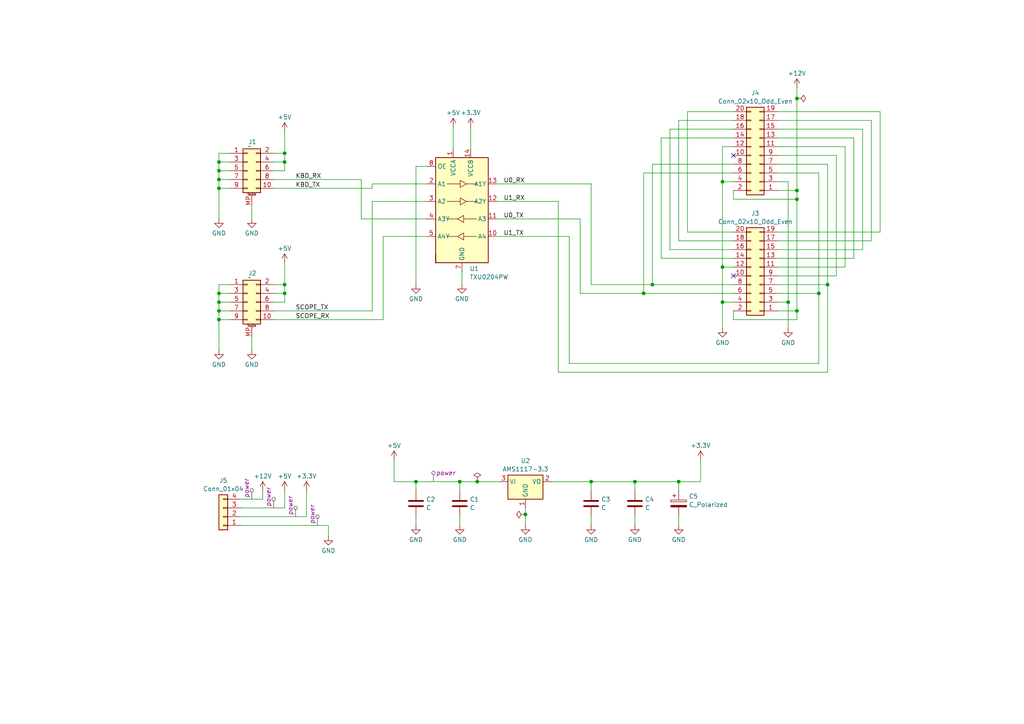
<source format=kicad_sch>
(kicad_sch (version 20231120) (generator "eeschema") (generator_version "8.0")
  (paper "A4")
  (lib_symbols
    (symbol "Connector_Generic:Conn_01x04" (pin_names (offset 1.016) hide)
      (property "Reference" "J" (at 0 5.08 0))
      (property "Value" "Conn_01x04" (at 0 -7.62 0))
      (symbol "Conn_01x04_1_1"
        (rectangle (start -1.27 -4.953) (end 0 -5.207) (stroke (width 0.1524)))
        (rectangle (start -1.27 -2.413) (end 0 -2.667) (stroke (width 0.1524)))
        (rectangle (start -1.27 0.127) (end 0 -0.127) (stroke (width 0.1524)))
        (rectangle (start -1.27 2.667) (end 0 2.413) (stroke (width 0.1524)))
        (rectangle (start -1.27 3.81) (end 1.27 -6.35) (stroke (width 0.254)) (fill (type background)))
        (pin passive line (at -5.08 2.54 0) (length 3.81) (name "Pin_1") (number "1"))
        (pin passive line (at -5.08 0 0) (length 3.81) (name "Pin_2") (number "2"))
        (pin passive line (at -5.08 -2.54 0) (length 3.81) (name "Pin_3") (number "3"))
        (pin passive line (at -5.08 -5.08 0) (length 3.81) (name "Pin_4") (number "4"))
      )
    )
    (symbol "Connector_Generic:Conn_02x10_Odd_Even" (pin_names (offset 1.016) hide)
      (property "Reference" "J" (at 1.27 12.7 0))
      (property "Value" "Conn_02x10_Odd_Even" (at 1.27 -15.24 0))
      (symbol "Conn_02x10_Odd_Even_1_1"
        (rectangle (start -1.27 -12.573) (end 0 -12.827) (stroke (width 0.1524)))
        (rectangle (start -1.27 -10.033) (end 0 -10.287) (stroke (width 0.1524)))
        (rectangle (start -1.27 -7.493) (end 0 -7.747) (stroke (width 0.1524)))
        (rectangle (start -1.27 -4.953) (end 0 -5.207) (stroke (width 0.1524)))
        (rectangle (start -1.27 -2.413) (end 0 -2.667) (stroke (width 0.1524)))
        (rectangle (start -1.27 0.127) (end 0 -0.127) (stroke (width 0.1524)))
        (rectangle (start -1.27 2.667) (end 0 2.413) (stroke (width 0.1524)))
        (rectangle (start -1.27 5.207) (end 0 4.953) (stroke (width 0.1524)))
        (rectangle (start -1.27 7.747) (end 0 7.493) (stroke (width 0.1524)))
        (rectangle (start -1.27 10.287) (end 0 10.033) (stroke (width 0.1524)))
        (rectangle (start -1.27 11.43) (end 3.81 -13.97) (stroke (width 0.254)) (fill (type background)))
        (rectangle (start 3.81 -12.573) (end 2.54 -12.827) (stroke (width 0.1524)))
        (rectangle (start 3.81 -10.033) (end 2.54 -10.287) (stroke (width 0.1524)))
        (rectangle (start 3.81 -7.493) (end 2.54 -7.747) (stroke (width 0.1524)))
        (rectangle (start 3.81 -4.953) (end 2.54 -5.207) (stroke (width 0.1524)))
        (rectangle (start 3.81 -2.413) (end 2.54 -2.667) (stroke (width 0.1524)))
        (rectangle (start 3.81 0.127) (end 2.54 -0.127) (stroke (width 0.1524)))
        (rectangle (start 3.81 2.667) (end 2.54 2.413) (stroke (width 0.1524)))
        (rectangle (start 3.81 5.207) (end 2.54 4.953) (stroke (width 0.1524)))
        (rectangle (start 3.81 7.747) (end 2.54 7.493) (stroke (width 0.1524)))
        (rectangle (start 3.81 10.287) (end 2.54 10.033) (stroke (width 0.1524)))
        (pin passive line (at -5.08 10.16 0) (length 3.81) (name "Pin_1") (number "1"))
        (pin passive line (at 7.62 0 180) (length 3.81) (name "Pin_10") (number "10"))
        (pin passive line (at -5.08 -2.54 0) (length 3.81) (name "Pin_11") (number "11"))
        (pin passive line (at 7.62 -2.54 180) (length 3.81) (name "Pin_12") (number "12"))
        (pin passive line (at -5.08 -5.08 0) (length 3.81) (name "Pin_13") (number "13"))
        (pin passive line (at 7.62 -5.08 180) (length 3.81) (name "Pin_14") (number "14"))
        (pin passive line (at -5.08 -7.62 0) (length 3.81) (name "Pin_15") (number "15"))
        (pin passive line (at 7.62 -7.62 180) (length 3.81) (name "Pin_16") (number "16"))
        (pin passive line (at -5.08 -10.16 0) (length 3.81) (name "Pin_17") (number "17"))
        (pin passive line (at 7.62 -10.16 180) (length 3.81) (name "Pin_18") (number "18"))
        (pin passive line (at -5.08 -12.7 0) (length 3.81) (name "Pin_19") (number "19"))
        (pin passive line (at 7.62 10.16 180) (length 3.81) (name "Pin_2") (number "2"))
        (pin passive line (at 7.62 -12.7 180) (length 3.81) (name "Pin_20") (number "20"))
        (pin passive line (at -5.08 7.62 0) (length 3.81) (name "Pin_3") (number "3"))
        (pin passive line (at 7.62 7.62 180) (length 3.81) (name "Pin_4") (number "4"))
        (pin passive line (at -5.08 5.08 0) (length 3.81) (name "Pin_5") (number "5"))
        (pin passive line (at 7.62 5.08 180) (length 3.81) (name "Pin_6") (number "6"))
        (pin passive line (at -5.08 2.54 0) (length 3.81) (name "Pin_7") (number "7"))
        (pin passive line (at 7.62 2.54 180) (length 3.81) (name "Pin_8") (number "8"))
        (pin passive line (at -5.08 0 0) (length 3.81) (name "Pin_9") (number "9"))
      )
    )
    (symbol "Connector_Generic_MountingPin:Conn_02x05_Odd_Even_MountingPin" (pin_names (offset 1.016) hide)
      (property "Reference" "J" (at 1.27 7.62 0))
      (property "Value" "Conn_02x05_Odd_Even_MountingPin" (at 2.54 -7.62 0))
      (symbol "Conn_02x05_Odd_Even_MountingPin_1_1"
        (rectangle (start -1.27 -4.953) (end 0 -5.207) (stroke (width 0.1524)))
        (rectangle (start -1.27 -2.413) (end 0 -2.667) (stroke (width 0.1524)))
        (rectangle (start -1.27 0.127) (end 0 -0.127) (stroke (width 0.1524)))
        (rectangle (start -1.27 2.667) (end 0 2.413) (stroke (width 0.1524)))
        (rectangle (start -1.27 5.207) (end 0 4.953) (stroke (width 0.1524)))
        (rectangle (start -1.27 6.35) (end 3.81 -6.35) (stroke (width 0.254)) (fill (type background)))
        (polyline (pts (xy 0.254 -7.112) (xy 2.286 -7.112)) (stroke (width 0.1524)))
        (rectangle (start 3.81 -4.953) (end 2.54 -5.207) (stroke (width 0.1524)))
        (rectangle (start 3.81 -2.413) (end 2.54 -2.667) (stroke (width 0.1524)))
        (rectangle (start 3.81 0.127) (end 2.54 -0.127) (stroke (width 0.1524)))
        (rectangle (start 3.81 2.667) (end 2.54 2.413) (stroke (width 0.1524)))
        (rectangle (start 3.81 5.207) (end 2.54 4.953) (stroke (width 0.1524)))
        (text "Mounting" (at 1.27 -6.731 0) (effects (font (size 0.381 0.381))))
        (pin passive line (at -5.08 5.08 0) (length 3.81) (name "Pin_1") (number "1"))
        (pin passive line (at 7.62 -5.08 180) (length 3.81) (name "Pin_10") (number "10"))
        (pin passive line (at 7.62 5.08 180) (length 3.81) (name "Pin_2") (number "2"))
        (pin passive line (at -5.08 2.54 0) (length 3.81) (name "Pin_3") (number "3"))
        (pin passive line (at 7.62 2.54 180) (length 3.81) (name "Pin_4") (number "4"))
        (pin passive line (at -5.08 0 0) (length 3.81) (name "Pin_5") (number "5"))
        (pin passive line (at 7.62 0 180) (length 3.81) (name "Pin_6") (number "6"))
        (pin passive line (at -5.08 -2.54 0) (length 3.81) (name "Pin_7") (number "7"))
        (pin passive line (at 7.62 -2.54 180) (length 3.81) (name "Pin_8") (number "8"))
        (pin passive line (at -5.08 -5.08 0) (length 3.81) (name "Pin_9") (number "9"))
        (pin passive line (at 1.27 -10.16 90) (length 3.048) (name "MountPin") (number "MP"))
      )
    )
    (symbol "Device:C" (pin_numbers hide) (pin_names (offset 0.254))
      (property "Reference" "C" (at 0.635 2.54 0))
      (property "Value" "C" (at 0.635 -2.54 0))
      (symbol "C_0_1"
        (polyline (pts (xy -2.032 -0.762) (xy 2.032 -0.762)) (stroke (width 0.508)))
        (polyline (pts (xy -2.032 0.762) (xy 2.032 0.762)) (stroke (width 0.508)))
      )
      (symbol "C_1_1"
        (pin passive line (at 0 3.81 270) (length 2.794) (name "~") (number "1"))
        (pin passive line (at 0 -3.81 90) (length 2.794) (name "~") (number "2"))
      )
    )
    (symbol "Device:C_Polarized" (pin_numbers hide) (pin_names (offset 0.254))
      (property "Reference" "C" (at 0.635 2.54 0))
      (property "Value" "C_Polarized" (at 0.635 -2.54 0))
      (symbol "C_Polarized_0_1"
        (rectangle (start -2.286 0.508) (end 2.286 1.016))
        (polyline (pts (xy -1.778 2.286) (xy -0.762 2.286)))
        (polyline (pts (xy -1.27 2.794) (xy -1.27 1.778)))
        (rectangle (start 2.286 -0.508) (end -2.286 -1.016) (fill (type outline)))
      )
      (symbol "C_Polarized_1_1"
        (pin passive line (at 0 3.81 270) (length 2.794) (name "~") (number "1"))
        (pin passive line (at 0 -3.81 90) (length 2.794) (name "~") (number "2"))
      )
    )
    (symbol "Regulator_Linear:AMS1117-3.3"
      (property "Reference" "U" (at -3.81 3.175 0))
      (property "Value" "AMS1117-3.3" (at 0 3.175 0))
      (symbol "AMS1117-3.3_0_1"
        (rectangle (start -5.08 -5.08) (end 5.08 1.905) (stroke (width 0.254)) (fill (type background)))
      )
      (symbol "AMS1117-3.3_1_1"
        (pin power_in line (at 0 -7.62 90) (length 2.54) (name "GND") (number "1"))
        (pin power_out line (at 7.62 0 180) (length 2.54) (name "VO") (number "2"))
        (pin power_in line (at -7.62 0 0) (length 2.54) (name "VI") (number "3"))
      )
    )
    (symbol "power:+12V" (power) (pin_numbers hide) (pin_names (offset 0) hide)
      (property "Value" "+12V" (at 0 3.556 0))
      (symbol "+12V_0_1"
        (polyline (pts (xy -0.762 1.27) (xy 0 2.54)))
        (polyline (pts (xy 0 0) (xy 0 2.54)))
        (polyline (pts (xy 0 2.54) (xy 0.762 1.27)))
      )
      (symbol "+12V_1_1"
        (pin power_in line (at 0 0 90) (length 0) (name "~") (number "1"))
      )
    )
    (symbol "power:+3.3V" (power) (pin_numbers hide) (pin_names (offset 0) hide)
      (property "Value" "+3.3V" (at 0 3.556 0))
      (symbol "+3.3V_0_1"
        (polyline (pts (xy -0.762 1.27) (xy 0 2.54)))
        (polyline (pts (xy 0 0) (xy 0 2.54)))
        (polyline (pts (xy 0 2.54) (xy 0.762 1.27)))
      )
      (symbol "+3.3V_1_1"
        (pin power_in line (at 0 0 90) (length 0) (name "~") (number "1"))
      )
    )
    (symbol "power:+5V" (power) (pin_numbers hide) (pin_names (offset 0) hide)
      (property "Value" "+5V" (at 0 3.556 0))
      (symbol "+5V_0_1"
        (polyline (pts (xy -0.762 1.27) (xy 0 2.54)))
        (polyline (pts (xy 0 0) (xy 0 2.54)))
        (polyline (pts (xy 0 2.54) (xy 0.762 1.27)))
      )
      (symbol "+5V_1_1"
        (pin power_in line (at 0 0 90) (length 0) (name "~") (number "1"))
      )
    )
    (symbol "power:GND" (power) (pin_numbers hide) (pin_names (offset 0) hide)
      (property "Value" "GND" (at 0 -3.81 0))
      (symbol "GND_0_1"
        (polyline (pts (xy 0 0) (xy 0 -1.27) (xy 1.27 -1.27) (xy 0 -2.54) (xy -1.27 -1.27) (xy 0 -1.27)))
      )
      (symbol "GND_1_1"
        (pin power_in line (at 0 0 270) (length 0) (name "~") (number "1"))
      )
    )
    (symbol "power:PWR_FLAG" (power) (pin_numbers hide) (pin_names (offset 0) hide)
      (property "Value" "PWR_FLAG" (at 0 3.81 0))
      (symbol "PWR_FLAG_0_0"
        (pin power_out line (at 0 0 90) (length 0) (name "~") (number "1"))
      )
      (symbol "PWR_FLAG_0_1"
        (polyline (pts (xy 0 0) (xy 0 1.27) (xy -1.016 1.905) (xy 0 2.54) (xy 1.016 1.905) (xy 0 1.27)))
      )
    )
    (symbol "symbols:TXU0204PW"
      (property "Reference" "U" (at -6.35 16.51 0))
      (property "Value" "TXB0204PW" (at 3.81 16.51 0))
      (symbol "TXU0204PW_0_1"
        (rectangle (start -7.62 -15.24) (end -7.62 -12.7) (stroke (width 0.254)))
        (rectangle (start -7.62 15.24) (end 7.62 -15.24) (stroke (width 0.254)) (fill (type background)))
        (polyline (pts (xy -2.286 2.54) (xy -4.318 2.54)))
        (polyline (pts (xy -2.286 2.54) (xy -0.508 2.54)))
        (polyline (pts (xy -2.286 7.62) (xy -4.318 7.62)))
        (polyline (pts (xy -2.286 7.62) (xy -0.508 7.62)))
        (polyline (pts (xy 2.286 -7.62) (xy 0.508 -7.62)))
        (polyline (pts (xy 2.286 -7.62) (xy 4.318 -7.62)))
        (polyline (pts (xy 2.286 -2.54) (xy 0.508 -2.54)))
        (polyline (pts (xy 2.286 -2.54) (xy 4.318 -2.54)))
        (polyline (pts (xy -1.27 -7.62) (xy -3.048 -7.62) (xy -4.318 -7.62)))
        (polyline (pts (xy -1.27 -2.54) (xy -3.048 -2.54) (xy -4.318 -2.54)))
        (polyline (pts (xy 1.27 2.54) (xy 3.048 2.54) (xy 4.318 2.54)))
        (polyline (pts (xy 1.27 7.62) (xy 3.048 7.62) (xy 4.318 7.62)))
        (polyline (pts (xy -1.27 -7.62) (xy 0.508 -8.636) (xy 0.508 -6.604) (xy -1.27 -7.62)))
        (polyline (pts (xy -1.27 -2.54) (xy 0.508 -3.556) (xy 0.508 -1.524) (xy -1.27 -2.54)))
        (polyline (pts (xy 1.27 2.54) (xy -0.508 1.524) (xy -0.508 3.556) (xy 1.27 2.54)))
        (polyline (pts (xy 1.27 7.62) (xy -0.508 6.604) (xy -0.508 8.636) (xy 1.27 7.62)))
      )
      (symbol "TXU0204PW_1_1"
        (pin power_in line (at -2.54 17.78 270) (length 2.54) (name "VCCA") (number "1"))
        (pin input line (at 10.16 -7.62 180) (length 2.54) (name "A4") (number "10"))
        (pin input line (at 10.16 -2.54 180) (length 2.54) (name "A3") (number "11"))
        (pin output line (at 10.16 2.54 180) (length 2.54) (name "A2Y") (number "12"))
        (pin output line (at 10.16 7.62 180) (length 2.54) (name "A1Y") (number "13"))
        (pin power_in line (at 2.54 17.78 270) (length 2.54) (name "VCCB") (number "14"))
        (pin input line (at -10.16 7.62 0) (length 2.54) (name "A1") (number "2"))
        (pin input line (at -10.16 2.54 0) (length 2.54) (name "A2") (number "3"))
        (pin output line (at -10.16 -2.54 0) (length 2.54) (name "A3Y") (number "4"))
        (pin output line (at -10.16 -7.62 0) (length 2.54) (name "A4Y") (number "5"))
        (pin no_connect line (at -7.62 -12.7 0) (length 2.54) hide (name "NC") (number "6"))
        (pin power_in line (at 0 -17.78 90) (length 2.54) (name "GND") (number "7"))
        (pin input line (at -10.16 12.7 0) (length 2.54) (name "OE") (number "8"))
        (pin no_connect line (at 7.62 -12.7 180) (length 2.54) hide (name "NC") (number "9"))
      )
    )
  )
  (junction (at 171.45 139.7))
  (junction (at 184.15 139.7))
  (junction (at 196.85 139.7))
  (junction (at 231.14 90.17))
  (junction (at 189.23 82.55))
  (junction (at 82.55 46.99))
  (junction (at 63.5 52.07))
  (junction (at 231.14 28.575))
  (junction (at 209.55 77.47))
  (junction (at 63.5 46.99))
  (junction (at 133.35 139.7))
  (junction (at 231.14 55.245))
  (junction (at 82.55 82.55))
  (junction (at 63.5 85.09))
  (junction (at 231.14 57.785))
  (junction (at 209.55 87.63))
  (junction (at 209.55 52.705))
  (junction (at 63.5 54.61))
  (junction (at 63.5 92.71))
  (junction (at 63.5 90.17))
  (junction (at 152.4 149.225))
  (junction (at 240.03 82.55))
  (junction (at 237.49 85.09))
  (junction (at 228.6 87.63))
  (junction (at 82.55 44.45))
  (junction (at 82.55 85.09))
  (junction (at 186.69 85.09))
  (junction (at 138.43 139.7))
  (junction (at 63.5 87.63))
  (junction (at 120.65 139.7))
  (junction (at 63.5 49.53))
  (no_connect (at 212.725 45.085))
  (no_connect (at 212.725 80.01))
  (wire (pts (xy 152.4 147.32) (xy 152.4 149.225)))
  (wire (pts (xy 107.95 53.34) (xy 123.825 53.34)))
  (wire (pts (xy 79.375 90.17) (xy 107.95 90.17)))
  (wire (pts (xy 144.145 63.5) (xy 168.275 63.5)))
  (wire (pts (xy 237.49 50.165) (xy 237.49 85.09)))
  (wire (pts (xy 212.725 32.385) (xy 199.39 32.385)))
  (wire (pts (xy 79.375 92.71) (xy 111.125 92.71)))
  (wire (pts (xy 120.65 139.7) (xy 133.35 139.7)))
  (wire (pts (xy 63.5 46.99) (xy 66.675 46.99)))
  (wire (pts (xy 133.35 152.4) (xy 133.35 149.86)))
  (wire (pts (xy 133.985 82.55) (xy 133.985 78.74)))
  (wire (pts (xy 138.43 139.7) (xy 144.78 139.7)))
  (wire (pts (xy 189.23 82.55) (xy 189.23 47.625)))
  (wire (pts (xy 194.31 37.465) (xy 212.725 37.465)))
  (wire (pts (xy 245.11 42.545) (xy 225.425 42.545)))
  (wire (pts (xy 212.725 34.925) (xy 196.85 34.925)))
  (wire (pts (xy 66.675 92.71) (xy 63.5 92.71)))
  (wire (pts (xy 82.55 82.55) (xy 82.55 85.09)))
  (wire (pts (xy 136.525 36.83) (xy 136.525 43.18)))
  (wire (pts (xy 225.425 77.47) (xy 245.11 77.47)))
  (wire (pts (xy 171.45 152.4) (xy 171.45 149.86)))
  (wire (pts (xy 79.375 85.09) (xy 82.55 85.09)))
  (wire (pts (xy 191.77 74.93) (xy 212.725 74.93)))
  (wire (pts (xy 79.375 46.99) (xy 82.55 46.99)))
  (wire (pts (xy 82.55 85.09) (xy 82.55 87.63)))
  (wire (pts (xy 63.5 87.63) (xy 63.5 85.09)))
  (wire (pts (xy 231.14 90.17) (xy 225.425 90.17)))
  (wire (pts (xy 225.425 72.39) (xy 250.19 72.39)))
  (wire (pts (xy 196.85 69.85) (xy 212.725 69.85)))
  (wire (pts (xy 63.5 87.63) (xy 66.675 87.63)))
  (wire (pts (xy 225.425 40.005) (xy 247.65 40.005)))
  (wire (pts (xy 104.775 63.5) (xy 123.825 63.5)))
  (wire (pts (xy 237.49 105.41) (xy 165.1 105.41)))
  (wire (pts (xy 88.9 149.86) (xy 88.9 142.24)))
  (wire (pts (xy 242.57 45.085) (xy 242.57 80.01)))
  (wire (pts (xy 242.57 80.01) (xy 225.425 80.01)))
  (wire (pts (xy 228.6 95.25) (xy 228.6 87.63)))
  (wire (pts (xy 225.425 34.925) (xy 252.73 34.925)))
  (wire (pts (xy 69.85 147.32) (xy 82.55 147.32)))
  (wire (pts (xy 63.5 85.09) (xy 63.5 82.55)))
  (wire (pts (xy 82.55 46.99) (xy 82.55 49.53)))
  (wire (pts (xy 231.14 55.245) (xy 231.14 57.785)))
  (wire (pts (xy 212.725 57.785) (xy 231.14 57.785)))
  (wire (pts (xy 196.85 139.7) (xy 196.85 142.24)))
  (wire (pts (xy 209.55 52.705) (xy 209.55 42.545)))
  (wire (pts (xy 107.95 90.17) (xy 107.95 58.42)))
  (wire (pts (xy 123.825 48.26) (xy 120.65 48.26)))
  (wire (pts (xy 69.85 149.86) (xy 88.9 149.86)))
  (wire (pts (xy 79.375 44.45) (xy 82.55 44.45)))
  (wire (pts (xy 231.14 92.71) (xy 231.14 90.17)))
  (wire (pts (xy 225.425 50.165) (xy 237.49 50.165)))
  (wire (pts (xy 186.69 50.165) (xy 186.69 85.09)))
  (wire (pts (xy 212.725 92.71) (xy 231.14 92.71)))
  (wire (pts (xy 199.39 32.385) (xy 199.39 67.31)))
  (wire (pts (xy 196.85 139.7) (xy 203.2 139.7)))
  (wire (pts (xy 144.145 58.42) (xy 161.925 58.42)))
  (wire (pts (xy 144.145 53.34) (xy 171.45 53.34)))
  (wire (pts (xy 95.25 155.575) (xy 95.25 152.4)))
  (wire (pts (xy 237.49 85.09) (xy 237.49 105.41)))
  (wire (pts (xy 245.11 77.47) (xy 245.11 42.545)))
  (wire (pts (xy 63.5 82.55) (xy 66.675 82.55)))
  (wire (pts (xy 131.445 36.83) (xy 131.445 43.18)))
  (wire (pts (xy 107.95 58.42) (xy 123.825 58.42)))
  (wire (pts (xy 114.3 139.7) (xy 120.65 139.7)))
  (wire (pts (xy 209.55 87.63) (xy 209.55 77.47)))
  (wire (pts (xy 63.5 54.61) (xy 63.5 52.07)))
  (wire (pts (xy 186.69 85.09) (xy 212.725 85.09)))
  (wire (pts (xy 111.125 68.58) (xy 123.825 68.58)))
  (wire (pts (xy 209.55 42.545) (xy 212.725 42.545)))
  (wire (pts (xy 79.375 82.55) (xy 82.55 82.55)))
  (wire (pts (xy 231.14 55.245) (xy 225.425 55.245)))
  (wire (pts (xy 63.5 49.53) (xy 66.675 49.53)))
  (wire (pts (xy 171.45 82.55) (xy 189.23 82.55)))
  (wire (pts (xy 231.14 28.575) (xy 231.14 55.245)))
  (wire (pts (xy 63.5 92.71) (xy 63.5 90.17)))
  (wire (pts (xy 161.925 107.95) (xy 240.03 107.95)))
  (wire (pts (xy 212.725 82.55) (xy 189.23 82.55)))
  (wire (pts (xy 63.5 52.07) (xy 66.675 52.07)))
  (wire (pts (xy 171.45 53.34) (xy 171.45 82.55)))
  (wire (pts (xy 255.27 67.31) (xy 255.27 32.385)))
  (wire (pts (xy 196.85 152.4) (xy 196.85 149.86)))
  (wire (pts (xy 171.45 142.24) (xy 171.45 139.7)))
  (wire (pts (xy 133.35 142.24) (xy 133.35 139.7)))
  (wire (pts (xy 63.5 92.71) (xy 63.5 101.6)))
  (wire (pts (xy 160.02 139.7) (xy 171.45 139.7)))
  (wire (pts (xy 191.77 40.005) (xy 191.77 74.93)))
  (wire (pts (xy 63.5 46.99) (xy 63.5 44.45)))
  (wire (pts (xy 212.725 50.165) (xy 186.69 50.165)))
  (wire (pts (xy 252.73 34.925) (xy 252.73 69.85)))
  (wire (pts (xy 133.35 139.7) (xy 138.43 139.7)))
  (wire (pts (xy 69.85 144.78) (xy 76.2 144.78)))
  (wire (pts (xy 82.55 147.32) (xy 82.55 142.24)))
  (wire (pts (xy 165.1 105.41) (xy 165.1 68.58)))
  (wire (pts (xy 212.725 72.39) (xy 194.31 72.39)))
  (wire (pts (xy 144.145 68.58) (xy 165.1 68.58)))
  (wire (pts (xy 250.19 37.465) (xy 225.425 37.465)))
  (wire (pts (xy 82.55 76.2) (xy 82.55 82.55)))
  (wire (pts (xy 194.31 72.39) (xy 194.31 37.465)))
  (wire (pts (xy 161.925 58.42) (xy 161.925 107.95)))
  (wire (pts (xy 120.65 152.4) (xy 120.65 149.86)))
  (wire (pts (xy 63.5 44.45) (xy 66.675 44.45)))
  (wire (pts (xy 240.03 82.55) (xy 240.03 47.625)))
  (wire (pts (xy 168.275 63.5) (xy 168.275 85.09)))
  (wire (pts (xy 225.425 67.31) (xy 255.27 67.31)))
  (wire (pts (xy 209.55 52.705) (xy 209.55 77.47)))
  (wire (pts (xy 63.5 85.09) (xy 66.675 85.09)))
  (wire (pts (xy 212.725 40.005) (xy 191.77 40.005)))
  (wire (pts (xy 225.425 45.085) (xy 242.57 45.085)))
  (wire (pts (xy 203.2 133.35) (xy 203.2 139.7)))
  (wire (pts (xy 168.275 85.09) (xy 186.69 85.09)))
  (wire (pts (xy 225.425 82.55) (xy 240.03 82.55)))
  (wire (pts (xy 212.725 55.245) (xy 212.725 57.785)))
  (wire (pts (xy 228.6 52.705) (xy 228.6 87.63)))
  (wire (pts (xy 120.65 48.26) (xy 120.65 82.55)))
  (wire (pts (xy 250.19 72.39) (xy 250.19 37.465)))
  (wire (pts (xy 199.39 67.31) (xy 212.725 67.31)))
  (wire (pts (xy 247.65 74.93) (xy 225.425 74.93)))
  (wire (pts (xy 247.65 40.005) (xy 247.65 74.93)))
  (wire (pts (xy 231.14 25.4) (xy 231.14 28.575)))
  (wire (pts (xy 120.65 142.24) (xy 120.65 139.7)))
  (wire (pts (xy 76.2 144.78) (xy 76.2 142.24)))
  (wire (pts (xy 79.375 54.61) (xy 107.95 54.61)))
  (wire (pts (xy 73.025 101.6) (xy 73.025 97.79)))
  (wire (pts (xy 63.5 54.61) (xy 63.5 63.5)))
  (wire (pts (xy 107.95 54.61) (xy 107.95 53.34)))
  (wire (pts (xy 114.3 133.35) (xy 114.3 139.7)))
  (wire (pts (xy 252.73 69.85) (xy 225.425 69.85)))
  (wire (pts (xy 104.775 52.07) (xy 104.775 63.5)))
  (wire (pts (xy 63.5 90.17) (xy 66.675 90.17)))
  (wire (pts (xy 79.375 87.63) (xy 82.55 87.63)))
  (wire (pts (xy 209.55 77.47) (xy 212.725 77.47)))
  (wire (pts (xy 79.375 49.53) (xy 82.55 49.53)))
  (wire (pts (xy 152.4 149.225) (xy 152.4 152.4)))
  (wire (pts (xy 79.375 52.07) (xy 104.775 52.07)))
  (wire (pts (xy 63.5 49.53) (xy 63.5 46.99)))
  (wire (pts (xy 212.725 90.17) (xy 212.725 92.71)))
  (wire (pts (xy 237.49 85.09) (xy 225.425 85.09)))
  (wire (pts (xy 82.55 38.1) (xy 82.55 44.45)))
  (wire (pts (xy 111.125 92.71) (xy 111.125 68.58)))
  (wire (pts (xy 240.03 47.625) (xy 225.425 47.625)))
  (wire (pts (xy 209.55 87.63) (xy 209.55 95.25)))
  (wire (pts (xy 228.6 52.705) (xy 225.425 52.705)))
  (wire (pts (xy 63.5 52.07) (xy 63.5 49.53)))
  (wire (pts (xy 212.725 52.705) (xy 209.55 52.705)))
  (wire (pts (xy 231.14 57.785) (xy 231.14 90.17)))
  (wire (pts (xy 184.15 139.7) (xy 196.85 139.7)))
  (wire (pts (xy 66.675 54.61) (xy 63.5 54.61)))
  (wire (pts (xy 184.15 152.4) (xy 184.15 149.86)))
  (wire (pts (xy 228.6 87.63) (xy 225.425 87.63)))
  (wire (pts (xy 189.23 47.625) (xy 212.725 47.625)))
  (wire (pts (xy 212.725 87.63) (xy 209.55 87.63)))
  (wire (pts (xy 63.5 90.17) (xy 63.5 87.63)))
  (wire (pts (xy 240.03 107.95) (xy 240.03 82.55)))
  (wire (pts (xy 95.25 152.4) (xy 69.85 152.4)))
  (wire (pts (xy 171.45 139.7) (xy 184.15 139.7)))
  (wire (pts (xy 82.55 44.45) (xy 82.55 46.99)))
  (wire (pts (xy 196.85 34.925) (xy 196.85 69.85)))
  (wire (pts (xy 184.15 139.7) (xy 184.15 142.24)))
  (wire (pts (xy 255.27 32.385) (xy 225.425 32.385)))
  (wire (pts (xy 73.025 63.5) (xy 73.025 59.69)))
  (label "U0_RX" (at 146.05 53.34 0))
  (label "U1_TX" (at 146.05 68.58 0))
  (label "SCOPE_RX" (at 85.725 92.71 0))
  (label "KBD_RX" (at 85.725 52.07 0))
  (label "U0_TX" (at 146.05 63.5 0))
  (label "KBD_TX" (at 85.725 54.61 0))
  (label "SCOPE_TX" (at 85.725 90.17 0))
  (label "U1_RX" (at 146.05 58.42 0))
  (netclass_flag "" (length 2.54) (shape round) (at 85.725 149.86 0) (property "Netclass" "power" (at 84.201 149.479 90) (effects (font (italic yes)) (justify left))))
  (netclass_flag "" (length 2.54) (shape round) (at 92.075 152.4 0) (property "Netclass" "power" (at 90.551 152.019 90) (effects (font (italic yes)) (justify left))))
  (netclass_flag "" (length 2.54) (shape round) (at 73.025 144.78 0) (property "Netclass" "power" (at 71.501 144.399 90) (effects (font (italic yes)) (justify left))))
  (netclass_flag "" (length 2.54) (shape round) (at 79.375 147.32 0) (property "Netclass" "power" (at 77.851 146.939 90) (effects (font (italic yes)) (justify left))))
  (netclass_flag "" (length 2.54) (shape round) (at 125.73 139.7 0) (property "Netclass" "power" (at 126.4285 137.16 0) (effects (font (italic yes)) (justify left))))
  (symbol (lib_id "power:PWR_FLAG") (at 152.4 149.225 90) (unit 1)
    (property "Reference" "#FLG02" (effects (hide yes)))
    (property "Value" "PWR_FLAG" (effects (hide yes)))
    (property "Description" "Special symbol for telling ERC where power comes from" (effects (hide yes)))
  )
  (symbol (lib_id "Device:C") (at 184.15 146.05 0) (unit 1)
    (property "Reference" "C4" (at 187.071 144.8378 0) (effects (justify left)))
    (property "Value" "C" (at 187.071 147.2621 0) (effects (justify left)))
    (property "Footprint" "Capacitor_SMD:C_0805_2012Metric_Pad1.18x1.45mm_HandSolder" (effects (hide yes)))
    (property "Description" "Unpolarized capacitor" (effects (hide yes)))
  )
  (symbol (lib_id "power:+5V") (at 82.55 38.1 0) (unit 1)
    (property "Reference" "#PWR03" (effects (hide yes)))
    (property "Value" "+5V" (at 82.55 33.9669 0))
    (property "Description" "Power symbol creates a global label with name \"+5V\"" (effects (hide yes)))
  )
  (symbol (lib_id "power:GND") (at 228.6 95.25 0) (unit 1)
    (property "Reference" "#PWR018" (effects (hide yes)))
    (property "Value" "GND" (at 228.6 99.3831 0))
    (property "Description" "Power symbol creates a global label with name \"GND\" , ground" (effects (hide yes)))
  )
  (symbol (lib_id "symbols:TXU0204PW") (at 133.985 60.96 0) (unit 1)
    (property "Reference" "U1" (at 136.1791 77.9201 0) (effects (justify left)))
    (property "Value" "TXU0204PW" (at 136.1791 80.3444 0) (effects (justify left)))
    (property "Footprint" "Package_SO:TSSOP-14_4.4x5mm_P0.65mm" (effects (hide yes)))
    (property "Datasheet" "http://www.ti.com/lit/ds/symlink/txb0104.pdf" (effects (hide yes)))
    (property "Description" "4-Bit Bidirectional Voltage-Level Translator, Auto Direction Sensing and ±15-kV ESD Protection, 1.2 - 3.6V APort, 1.65 - 5.5V BPort, SOIC-14" (effects (hide yes)))
  )
  (symbol (lib_id "power:PWR_FLAG") (at 231.14 28.575 270) (unit 1)
    (property "Reference" "#FLG03" (effects (hide yes)))
    (property "Value" "PWR_FLAG" (effects (hide yes)))
    (property "Description" "Special symbol for telling ERC where power comes from" (effects (hide yes)))
  )
  (symbol (lib_id "Device:C_Polarized") (at 196.85 146.05 0) (unit 1)
    (property "Reference" "C5" (at 199.771 143.9488 0) (effects (justify left)))
    (property "Value" "C_Polarized" (at 199.771 146.3731 0) (effects (justify left)))
    (property "Footprint" "Capacitor_SMD:CP_Elec_6.3x5.4" (effects (hide yes)))
    (property "Description" "Polarized capacitor" (effects (hide yes)))
  )
  (symbol (lib_id "power:+3.3V") (at 88.9 142.24 0) (unit 1)
    (property "Reference" "#PWR024" (effects (hide yes)))
    (property "Value" "+3.3V" (at 88.9 138.1069 0))
    (property "Description" "Power symbol creates a global label with name \"+3.3V\"" (effects (hide yes)))
  )
  (symbol (lib_id "Connector_Generic:Conn_02x10_Odd_Even") (at 220.345 80.01 180) (unit 1)
    (property "Reference" "J3" (at 219.075 61.8955 0))
    (property "Value" "Conn_02x10_Odd_Even" (at 219.075 64.3198 0))
    (property "Footprint" "Connector_PinSocket_2.00mm:PinSocket_2x10_P2.00mm_Horizontal" (effects (hide yes)))
    (property "Description" "Generic connector, double row, 02x10, odd/even pin numbering scheme (row 1 odd numbers, row 2 even numbers), script generated (kicad-library-utils/schlib/autogen/connector/)" (effects (hide yes)))
  )
  (symbol (lib_id "power:GND") (at 120.65 82.55 0) (mirror y) (unit 1)
    (property "Reference" "#PWR09" (effects (hide yes)))
    (property "Value" "GND" (at 120.65 86.6831 0))
    (property "Description" "Power symbol creates a global label with name \"GND\" , ground" (effects (hide yes)))
  )
  (symbol (lib_id "power:GND") (at 152.4 152.4 0) (mirror y) (unit 1)
    (property "Reference" "#PWR012" (effects (hide yes)))
    (property "Value" "GND" (at 152.4 156.5331 0))
    (property "Description" "Power symbol creates a global label with name \"GND\" , ground" (effects (hide yes)))
  )
  (symbol (lib_id "Connector_Generic:Conn_02x10_Odd_Even") (at 220.345 45.085 180) (unit 1)
    (property "Reference" "J4" (at 219.075 26.9705 0))
    (property "Value" "Conn_02x10_Odd_Even" (at 219.075 29.3948 0))
    (property "Footprint" "Connector_PinHeader_2.00mm:PinHeader_2x10_P2.00mm_Vertical" (effects (hide yes)))
    (property "Description" "Generic connector, double row, 02x10, odd/even pin numbering scheme (row 1 odd numbers, row 2 even numbers), script generated (kicad-library-utils/schlib/autogen/connector/)" (effects (hide yes)))
  )
  (symbol (lib_id "power:+5V") (at 114.3 133.35 0) (unit 1)
    (property "Reference" "#PWR015" (effects (hide yes)))
    (property "Value" "+5V" (at 114.3 129.2169 0))
    (property "Description" "Power symbol creates a global label with name \"+5V\"" (effects (hide yes)))
  )
  (symbol (lib_id "power:PWR_FLAG") (at 138.43 139.7 0) (unit 1)
    (property "Reference" "#FLG01" (effects (hide yes)))
    (property "Value" "PWR_FLAG" (effects (hide yes)))
    (property "Description" "Special symbol for telling ERC where power comes from" (effects (hide yes)))
  )
  (symbol (lib_id "Device:C") (at 133.35 146.05 0) (unit 1)
    (property "Reference" "C1" (at 136.271 144.8378 0) (effects (justify left)))
    (property "Value" "C" (at 136.271 147.2621 0) (effects (justify left)))
    (property "Footprint" "Capacitor_SMD:C_0805_2012Metric_Pad1.18x1.45mm_HandSolder" (effects (hide yes)))
    (property "Description" "Unpolarized capacitor" (effects (hide yes)))
  )
  (symbol (lib_id "power:GND") (at 73.025 101.6 0) (mirror y) (unit 1)
    (property "Reference" "#PWR05" (effects (hide yes)))
    (property "Value" "GND" (at 73.025 105.7331 0))
    (property "Description" "Power symbol creates a global label with name \"GND\" , ground" (effects (hide yes)))
  )
  (symbol (lib_id "Device:C") (at 120.65 146.05 0) (unit 1)
    (property "Reference" "C2" (at 123.571 144.8378 0) (effects (justify left)))
    (property "Value" "C" (at 123.571 147.2621 0) (effects (justify left)))
    (property "Footprint" "Capacitor_SMD:C_0805_2012Metric_Pad1.18x1.45mm_HandSolder" (effects (hide yes)))
    (property "Description" "Unpolarized capacitor" (effects (hide yes)))
  )
  (symbol (lib_id "power:GND") (at 133.985 82.55 0) (mirror y) (unit 1)
    (property "Reference" "#PWR07" (effects (hide yes)))
    (property "Value" "GND" (at 133.985 86.6831 0))
    (property "Description" "Power symbol creates a global label with name \"GND\" , ground" (effects (hide yes)))
  )
  (symbol (lib_id "Connector_Generic:Conn_01x04") (at 64.77 149.86 180) (unit 1)
    (property "Reference" "J5" (at 64.77 139.3655 0))
    (property "Value" "Conn_01x04" (at 64.77 141.7898 0))
    (property "Footprint" "Connector_PinHeader_2.54mm:PinHeader_1x04_P2.54mm_Vertical" (effects (hide yes)))
    (property "Description" "Generic connector, single row, 01x04, script generated (kicad-library-utils/schlib/autogen/connector/)" (effects (hide yes)))
  )
  (symbol (lib_id "power:GND") (at 133.35 152.4 0) (mirror y) (unit 1)
    (property "Reference" "#PWR011" (effects (hide yes)))
    (property "Value" "GND" (at 133.35 156.5331 0))
    (property "Description" "Power symbol creates a global label with name \"GND\" , ground" (effects (hide yes)))
  )
  (symbol (lib_id "power:+12V") (at 76.2 142.24 0) (unit 1)
    (property "Reference" "#PWR022" (effects (hide yes)))
    (property "Value" "+12V" (at 76.2 138.1069 0))
    (property "Description" "Power symbol creates a global label with name \"+12V\"" (effects (hide yes)))
  )
  (symbol (lib_id "power:GND") (at 63.5 63.5 0) (mirror y) (unit 1)
    (property "Reference" "#PWR01" (effects (hide yes)))
    (property "Value" "GND" (at 63.5 67.6331 0))
    (property "Description" "Power symbol creates a global label with name \"GND\" , ground" (effects (hide yes)))
  )
  (symbol (lib_id "power:+3.3V") (at 136.525 36.83 0) (unit 1)
    (property "Reference" "#PWR017" (effects (hide yes)))
    (property "Value" "+3.3V" (at 136.525 32.6969 0))
    (property "Description" "Power symbol creates a global label with name \"+3.3V\"" (effects (hide yes)))
  )
  (symbol (lib_id "power:GND") (at 95.25 155.575 0) (mirror y) (unit 1)
    (property "Reference" "#PWR021" (effects (hide yes)))
    (property "Value" "GND" (at 95.25 159.7081 0))
    (property "Description" "Power symbol creates a global label with name \"GND\" , ground" (effects (hide yes)))
  )
  (symbol (lib_id "power:GND") (at 63.5 101.6 0) (mirror y) (unit 1)
    (property "Reference" "#PWR04" (effects (hide yes)))
    (property "Value" "GND" (at 63.5 105.7331 0))
    (property "Description" "Power symbol creates a global label with name \"GND\" , ground" (effects (hide yes)))
  )
  (symbol (lib_id "Device:C") (at 171.45 146.05 0) (unit 1)
    (property "Reference" "C3" (at 174.371 144.8378 0) (effects (justify left)))
    (property "Value" "C" (at 174.371 147.2621 0) (effects (justify left)))
    (property "Footprint" "Capacitor_SMD:C_0805_2012Metric_Pad1.18x1.45mm_HandSolder" (effects (hide yes)))
    (property "Description" "Unpolarized capacitor" (effects (hide yes)))
  )
  (symbol (lib_id "power:GND") (at 196.85 152.4 0) (mirror y) (unit 1)
    (property "Reference" "#PWR025" (effects (hide yes)))
    (property "Value" "GND" (at 196.85 156.5331 0))
    (property "Description" "Power symbol creates a global label with name \"GND\" , ground" (effects (hide yes)))
  )
  (symbol (lib_id "power:GND") (at 73.025 63.5 0) (mirror y) (unit 1)
    (property "Reference" "#PWR02" (effects (hide yes)))
    (property "Value" "GND" (at 73.025 67.6331 0))
    (property "Description" "Power symbol creates a global label with name \"GND\" , ground" (effects (hide yes)))
  )
  (symbol (lib_id "Connector_Generic_MountingPin:Conn_02x05_Odd_Even_MountingPin") (at 71.755 87.63 0) (unit 1)
    (property "Reference" "J2" (at 72.009 79.248 0) (effects (justify left)))
    (property "Value" "~" (at 71.8129 80.5181 0) (effects (justify left)))
    (property "Footprint" "feet:TE_104549" (effects (hide yes)))
    (property "Description" "Generic connectable mounting pin connector, double row, 02x05, odd/even pin numbering scheme (row 1 odd numbers, row 2 even numbers), script generated (kicad-library-utils/schlib/autogen/connector/)" (effects (hide yes)))
  )
  (symbol (lib_id "power:+12V") (at 231.14 25.4 0) (unit 1)
    (property "Reference" "#PWR020" (effects (hide yes)))
    (property "Value" "+12V" (at 231.14 21.2669 0))
    (property "Description" "Power symbol creates a global label with name \"+12V\"" (effects (hide yes)))
  )
  (symbol (lib_id "power:+5V") (at 82.55 142.24 0) (unit 1)
    (property "Reference" "#PWR023" (effects (hide yes)))
    (property "Value" "+5V" (at 82.55 138.1069 0))
    (property "Description" "Power symbol creates a global label with name \"+5V\"" (effects (hide yes)))
  )
  (symbol (lib_id "power:+5V") (at 82.55 76.2 0) (unit 1)
    (property "Reference" "#PWR06" (effects (hide yes)))
    (property "Value" "+5V" (at 82.55 72.0669 0))
    (property "Description" "Power symbol creates a global label with name \"+5V\"" (effects (hide yes)))
  )
  (symbol (lib_id "power:GND") (at 184.15 152.4 0) (mirror y) (unit 1)
    (property "Reference" "#PWR014" (effects (hide yes)))
    (property "Value" "GND" (at 184.15 156.5331 0))
    (property "Description" "Power symbol creates a global label with name \"GND\" , ground" (effects (hide yes)))
  )
  (symbol (lib_id "power:GND") (at 120.65 152.4 0) (mirror y) (unit 1)
    (property "Reference" "#PWR010" (effects (hide yes)))
    (property "Value" "GND" (at 120.65 156.5331 0))
    (property "Description" "Power symbol creates a global label with name \"GND\" , ground" (effects (hide yes)))
  )
  (symbol (lib_id "power:+3.3V") (at 203.2 133.35 0) (unit 1)
    (property "Reference" "#PWR016" (effects (hide yes)))
    (property "Value" "+3.3V" (at 203.2 129.2169 0))
    (property "Description" "Power symbol creates a global label with name \"+3.3V\"" (effects (hide yes)))
  )
  (symbol (lib_id "Connector_Generic_MountingPin:Conn_02x05_Odd_Even_MountingPin") (at 71.755 49.53 0) (unit 1)
    (property "Reference" "J1" (at 72.009 41.148 0) (effects (justify left)))
    (property "Value" "~" (at 71.8129 42.4181 0) (effects (justify left)))
    (property "Footprint" "feet:TE_104549" (effects (hide yes)))
    (property "Description" "Generic connectable mounting pin connector, double row, 02x05, odd/even pin numbering scheme (row 1 odd numbers, row 2 even numbers), script generated (kicad-library-utils/schlib/autogen/connector/)" (effects (hide yes)))
  )
  (symbol (lib_id "power:+5V") (at 131.445 36.83 0) (unit 1)
    (property "Reference" "#PWR08" (effects (hide yes)))
    (property "Value" "+5V" (at 131.445 32.6969 0))
    (property "Description" "Power symbol creates a global label with name \"+5V\"" (effects (hide yes)))
  )
  (symbol (lib_id "power:GND") (at 171.45 152.4 0) (mirror y) (unit 1)
    (property "Reference" "#PWR013" (effects (hide yes)))
    (property "Value" "GND" (at 171.45 156.5331 0))
    (property "Description" "Power symbol creates a global label with name \"GND\" , ground" (effects (hide yes)))
  )
  (symbol (lib_id "Regulator_Linear:AMS1117-3.3") (at 152.4 139.7 0) (unit 1)
    (property "Reference" "U2" (at 152.4 133.6505 0))
    (property "Value" "AMS1117-3.3" (at 152.4 136.0748 0))
    (property "Footprint" "Package_TO_SOT_SMD:SOT-223-3_TabPin2" (effects (hide yes)))
    (property "Datasheet" "http://www.advanced-monolithic.com/pdf/ds1117.pdf" (effects (hide yes)))
    (property "Description" "1A Low Dropout regulator, positive, 3.3V fixed output, SOT-223" (effects (hide yes)))
  )
  (symbol (lib_id "power:GND") (at 209.55 95.25 0) (unit 1)
    (property "Reference" "#PWR019" (effects (hide yes)))
    (property "Value" "GND" (at 209.55 99.3831 0))
    (property "Description" "Power symbol creates a global label with name \"GND\" , ground" (effects (hide yes)))
  )
)
</source>
